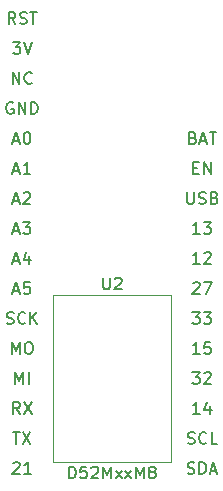
<source format=gbr>
G04 #@! TF.GenerationSoftware,KiCad,Pcbnew,(5.0.2)-1*
G04 #@! TF.CreationDate,2019-06-26T21:02:56-07:00*
G04 #@! TF.ProjectId,D52M Feather Wing,4435324d-2046-4656-9174-686572205769,rev?*
G04 #@! TF.SameCoordinates,Original*
G04 #@! TF.FileFunction,Legend,Top*
G04 #@! TF.FilePolarity,Positive*
%FSLAX46Y46*%
G04 Gerber Fmt 4.6, Leading zero omitted, Abs format (unit mm)*
G04 Created by KiCad (PCBNEW (5.0.2)-1) date 2019-06-26 9:02:56 PM*
%MOMM*%
%LPD*%
G01*
G04 APERTURE LIST*
%ADD10C,0.120000*%
%ADD11C,0.150000*%
G04 APERTURE END LIST*
D10*
G04 #@! TO.C,U2*
X-5000000Y3060000D02*
X5000000Y3060000D01*
X-5000000Y17260000D02*
X-5000000Y3060000D01*
X5000000Y17260000D02*
X-5000000Y17260000D01*
X5000000Y3060000D02*
X5000000Y17260000D01*
D11*
X-761904Y18707619D02*
X-761904Y17898095D01*
X-714285Y17802857D01*
X-666666Y17755238D01*
X-571428Y17707619D01*
X-380952Y17707619D01*
X-285714Y17755238D01*
X-238095Y17802857D01*
X-190476Y17898095D01*
X-190476Y18707619D01*
X238095Y18612380D02*
X285714Y18660000D01*
X380952Y18707619D01*
X619047Y18707619D01*
X714285Y18660000D01*
X761904Y18612380D01*
X809523Y18517142D01*
X809523Y18421904D01*
X761904Y18279047D01*
X190476Y17707619D01*
X809523Y17707619D01*
X-3642857Y1707619D02*
X-3642857Y2707619D01*
X-3404761Y2707619D01*
X-3261904Y2660000D01*
X-3166666Y2564761D01*
X-3119047Y2469523D01*
X-3071428Y2279047D01*
X-3071428Y2136190D01*
X-3119047Y1945714D01*
X-3166666Y1850476D01*
X-3261904Y1755238D01*
X-3404761Y1707619D01*
X-3642857Y1707619D01*
X-2166666Y2707619D02*
X-2642857Y2707619D01*
X-2690476Y2231428D01*
X-2642857Y2279047D01*
X-2547619Y2326666D01*
X-2309523Y2326666D01*
X-2214285Y2279047D01*
X-2166666Y2231428D01*
X-2119047Y2136190D01*
X-2119047Y1898095D01*
X-2166666Y1802857D01*
X-2214285Y1755238D01*
X-2309523Y1707619D01*
X-2547619Y1707619D01*
X-2642857Y1755238D01*
X-2690476Y1802857D01*
X-1738095Y2612380D02*
X-1690476Y2660000D01*
X-1595238Y2707619D01*
X-1357142Y2707619D01*
X-1261904Y2660000D01*
X-1214285Y2612380D01*
X-1166666Y2517142D01*
X-1166666Y2421904D01*
X-1214285Y2279047D01*
X-1785714Y1707619D01*
X-1166666Y1707619D01*
X-738095Y1707619D02*
X-738095Y2707619D01*
X-404761Y1993333D01*
X-71428Y2707619D01*
X-71428Y1707619D01*
X309523Y1707619D02*
X833333Y2374285D01*
X309523Y2374285D02*
X833333Y1707619D01*
X1119047Y1707619D02*
X1642857Y2374285D01*
X1119047Y2374285D02*
X1642857Y1707619D01*
X2023809Y1707619D02*
X2023809Y2707619D01*
X2357142Y1993333D01*
X2690476Y2707619D01*
X2690476Y1707619D01*
X3309523Y2279047D02*
X3214285Y2326666D01*
X3166666Y2374285D01*
X3119047Y2469523D01*
X3119047Y2517142D01*
X3166666Y2612380D01*
X3214285Y2660000D01*
X3309523Y2707619D01*
X3500000Y2707619D01*
X3595238Y2660000D01*
X3642857Y2612380D01*
X3690476Y2517142D01*
X3690476Y2469523D01*
X3642857Y2374285D01*
X3595238Y2326666D01*
X3500000Y2279047D01*
X3309523Y2279047D01*
X3214285Y2231428D01*
X3166666Y2183809D01*
X3119047Y2088571D01*
X3119047Y1898095D01*
X3166666Y1802857D01*
X3214285Y1755238D01*
X3309523Y1707619D01*
X3500000Y1707619D01*
X3595238Y1755238D01*
X3642857Y1802857D01*
X3690476Y1898095D01*
X3690476Y2088571D01*
X3642857Y2183809D01*
X3595238Y2231428D01*
X3500000Y2279047D01*
G04 #@! TO.C,U1*
X6881904Y30551428D02*
X7024761Y30503809D01*
X7072380Y30456190D01*
X7120000Y30360952D01*
X7120000Y30218095D01*
X7072380Y30122857D01*
X7024761Y30075238D01*
X6929523Y30027619D01*
X6548571Y30027619D01*
X6548571Y31027619D01*
X6881904Y31027619D01*
X6977142Y30980000D01*
X7024761Y30932380D01*
X7072380Y30837142D01*
X7072380Y30741904D01*
X7024761Y30646666D01*
X6977142Y30599047D01*
X6881904Y30551428D01*
X6548571Y30551428D01*
X7500952Y30313333D02*
X7977142Y30313333D01*
X7405714Y30027619D02*
X7739047Y31027619D01*
X8072380Y30027619D01*
X8262857Y31027619D02*
X8834285Y31027619D01*
X8548571Y30027619D02*
X8548571Y31027619D01*
X6881904Y28011428D02*
X7215238Y28011428D01*
X7358095Y27487619D02*
X6881904Y27487619D01*
X6881904Y28487619D01*
X7358095Y28487619D01*
X7786666Y27487619D02*
X7786666Y28487619D01*
X8358095Y27487619D01*
X8358095Y28487619D01*
X6358095Y25947619D02*
X6358095Y25138095D01*
X6405714Y25042857D01*
X6453333Y24995238D01*
X6548571Y24947619D01*
X6739047Y24947619D01*
X6834285Y24995238D01*
X6881904Y25042857D01*
X6929523Y25138095D01*
X6929523Y25947619D01*
X7358095Y24995238D02*
X7500952Y24947619D01*
X7739047Y24947619D01*
X7834285Y24995238D01*
X7881904Y25042857D01*
X7929523Y25138095D01*
X7929523Y25233333D01*
X7881904Y25328571D01*
X7834285Y25376190D01*
X7739047Y25423809D01*
X7548571Y25471428D01*
X7453333Y25519047D01*
X7405714Y25566666D01*
X7358095Y25661904D01*
X7358095Y25757142D01*
X7405714Y25852380D01*
X7453333Y25900000D01*
X7548571Y25947619D01*
X7786666Y25947619D01*
X7929523Y25900000D01*
X8691428Y25471428D02*
X8834285Y25423809D01*
X8881904Y25376190D01*
X8929523Y25280952D01*
X8929523Y25138095D01*
X8881904Y25042857D01*
X8834285Y24995238D01*
X8739047Y24947619D01*
X8358095Y24947619D01*
X8358095Y25947619D01*
X8691428Y25947619D01*
X8786666Y25900000D01*
X8834285Y25852380D01*
X8881904Y25757142D01*
X8881904Y25661904D01*
X8834285Y25566666D01*
X8786666Y25519047D01*
X8691428Y25471428D01*
X8358095Y25471428D01*
X7429523Y22407619D02*
X6858095Y22407619D01*
X7143809Y22407619D02*
X7143809Y23407619D01*
X7048571Y23264761D01*
X6953333Y23169523D01*
X6858095Y23121904D01*
X7762857Y23407619D02*
X8381904Y23407619D01*
X8048571Y23026666D01*
X8191428Y23026666D01*
X8286666Y22979047D01*
X8334285Y22931428D01*
X8381904Y22836190D01*
X8381904Y22598095D01*
X8334285Y22502857D01*
X8286666Y22455238D01*
X8191428Y22407619D01*
X7905714Y22407619D01*
X7810476Y22455238D01*
X7762857Y22502857D01*
X7429523Y19867619D02*
X6858095Y19867619D01*
X7143809Y19867619D02*
X7143809Y20867619D01*
X7048571Y20724761D01*
X6953333Y20629523D01*
X6858095Y20581904D01*
X7810476Y20772380D02*
X7858095Y20820000D01*
X7953333Y20867619D01*
X8191428Y20867619D01*
X8286666Y20820000D01*
X8334285Y20772380D01*
X8381904Y20677142D01*
X8381904Y20581904D01*
X8334285Y20439047D01*
X7762857Y19867619D01*
X8381904Y19867619D01*
X6858095Y18232380D02*
X6905714Y18280000D01*
X7000952Y18327619D01*
X7239047Y18327619D01*
X7334285Y18280000D01*
X7381904Y18232380D01*
X7429523Y18137142D01*
X7429523Y18041904D01*
X7381904Y17899047D01*
X6810476Y17327619D01*
X7429523Y17327619D01*
X7762857Y18327619D02*
X8429523Y18327619D01*
X8000952Y17327619D01*
X6810476Y15787619D02*
X7429523Y15787619D01*
X7096190Y15406666D01*
X7239047Y15406666D01*
X7334285Y15359047D01*
X7381904Y15311428D01*
X7429523Y15216190D01*
X7429523Y14978095D01*
X7381904Y14882857D01*
X7334285Y14835238D01*
X7239047Y14787619D01*
X6953333Y14787619D01*
X6858095Y14835238D01*
X6810476Y14882857D01*
X7762857Y15787619D02*
X8381904Y15787619D01*
X8048571Y15406666D01*
X8191428Y15406666D01*
X8286666Y15359047D01*
X8334285Y15311428D01*
X8381904Y15216190D01*
X8381904Y14978095D01*
X8334285Y14882857D01*
X8286666Y14835238D01*
X8191428Y14787619D01*
X7905714Y14787619D01*
X7810476Y14835238D01*
X7762857Y14882857D01*
X7429523Y12247619D02*
X6858095Y12247619D01*
X7143809Y12247619D02*
X7143809Y13247619D01*
X7048571Y13104761D01*
X6953333Y13009523D01*
X6858095Y12961904D01*
X8334285Y13247619D02*
X7858095Y13247619D01*
X7810476Y12771428D01*
X7858095Y12819047D01*
X7953333Y12866666D01*
X8191428Y12866666D01*
X8286666Y12819047D01*
X8334285Y12771428D01*
X8381904Y12676190D01*
X8381904Y12438095D01*
X8334285Y12342857D01*
X8286666Y12295238D01*
X8191428Y12247619D01*
X7953333Y12247619D01*
X7858095Y12295238D01*
X7810476Y12342857D01*
X6810476Y10707619D02*
X7429523Y10707619D01*
X7096190Y10326666D01*
X7239047Y10326666D01*
X7334285Y10279047D01*
X7381904Y10231428D01*
X7429523Y10136190D01*
X7429523Y9898095D01*
X7381904Y9802857D01*
X7334285Y9755238D01*
X7239047Y9707619D01*
X6953333Y9707619D01*
X6858095Y9755238D01*
X6810476Y9802857D01*
X7810476Y10612380D02*
X7858095Y10660000D01*
X7953333Y10707619D01*
X8191428Y10707619D01*
X8286666Y10660000D01*
X8334285Y10612380D01*
X8381904Y10517142D01*
X8381904Y10421904D01*
X8334285Y10279047D01*
X7762857Y9707619D01*
X8381904Y9707619D01*
X7429523Y7167619D02*
X6858095Y7167619D01*
X7143809Y7167619D02*
X7143809Y8167619D01*
X7048571Y8024761D01*
X6953333Y7929523D01*
X6858095Y7881904D01*
X8286666Y7834285D02*
X8286666Y7167619D01*
X8048571Y8215238D02*
X7810476Y7500952D01*
X8429523Y7500952D01*
X6429523Y4675238D02*
X6572380Y4627619D01*
X6810476Y4627619D01*
X6905714Y4675238D01*
X6953333Y4722857D01*
X7000952Y4818095D01*
X7000952Y4913333D01*
X6953333Y5008571D01*
X6905714Y5056190D01*
X6810476Y5103809D01*
X6620000Y5151428D01*
X6524761Y5199047D01*
X6477142Y5246666D01*
X6429523Y5341904D01*
X6429523Y5437142D01*
X6477142Y5532380D01*
X6524761Y5580000D01*
X6620000Y5627619D01*
X6858095Y5627619D01*
X7000952Y5580000D01*
X8000952Y4722857D02*
X7953333Y4675238D01*
X7810476Y4627619D01*
X7715238Y4627619D01*
X7572380Y4675238D01*
X7477142Y4770476D01*
X7429523Y4865714D01*
X7381904Y5056190D01*
X7381904Y5199047D01*
X7429523Y5389523D01*
X7477142Y5484761D01*
X7572380Y5580000D01*
X7715238Y5627619D01*
X7810476Y5627619D01*
X7953333Y5580000D01*
X8000952Y5532380D01*
X8905714Y4627619D02*
X8429523Y4627619D01*
X8429523Y5627619D01*
X6405714Y2135238D02*
X6548571Y2087619D01*
X6786666Y2087619D01*
X6881904Y2135238D01*
X6929523Y2182857D01*
X6977142Y2278095D01*
X6977142Y2373333D01*
X6929523Y2468571D01*
X6881904Y2516190D01*
X6786666Y2563809D01*
X6596190Y2611428D01*
X6500952Y2659047D01*
X6453333Y2706666D01*
X6405714Y2801904D01*
X6405714Y2897142D01*
X6453333Y2992380D01*
X6500952Y3040000D01*
X6596190Y3087619D01*
X6834285Y3087619D01*
X6977142Y3040000D01*
X7405714Y2087619D02*
X7405714Y3087619D01*
X7643809Y3087619D01*
X7786666Y3040000D01*
X7881904Y2944761D01*
X7929523Y2849523D01*
X7977142Y2659047D01*
X7977142Y2516190D01*
X7929523Y2325714D01*
X7881904Y2230476D01*
X7786666Y2135238D01*
X7643809Y2087619D01*
X7405714Y2087619D01*
X8358095Y2373333D02*
X8834285Y2373333D01*
X8262857Y2087619D02*
X8596190Y3087619D01*
X8929523Y2087619D01*
X-8381904Y2992380D02*
X-8334285Y3040000D01*
X-8239047Y3087619D01*
X-8000952Y3087619D01*
X-7905714Y3040000D01*
X-7858095Y2992380D01*
X-7810476Y2897142D01*
X-7810476Y2801904D01*
X-7858095Y2659047D01*
X-8429523Y2087619D01*
X-7810476Y2087619D01*
X-6858095Y2087619D02*
X-7429523Y2087619D01*
X-7143809Y2087619D02*
X-7143809Y3087619D01*
X-7239047Y2944761D01*
X-7334285Y2849523D01*
X-7429523Y2801904D01*
X-8381904Y5627619D02*
X-7810476Y5627619D01*
X-8096190Y4627619D02*
X-8096190Y5627619D01*
X-7572380Y5627619D02*
X-6905714Y4627619D01*
X-6905714Y5627619D02*
X-7572380Y4627619D01*
X-7786666Y7167619D02*
X-8120000Y7643809D01*
X-8358095Y7167619D02*
X-8358095Y8167619D01*
X-7977142Y8167619D01*
X-7881904Y8120000D01*
X-7834285Y8072380D01*
X-7786666Y7977142D01*
X-7786666Y7834285D01*
X-7834285Y7739047D01*
X-7881904Y7691428D01*
X-7977142Y7643809D01*
X-8358095Y7643809D01*
X-7453333Y8167619D02*
X-6786666Y7167619D01*
X-6786666Y8167619D02*
X-7453333Y7167619D01*
X-8191428Y9707619D02*
X-8191428Y10707619D01*
X-7858095Y9993333D01*
X-7524761Y10707619D01*
X-7524761Y9707619D01*
X-7048571Y9707619D02*
X-7048571Y10707619D01*
X-8477142Y12247619D02*
X-8477142Y13247619D01*
X-8143809Y12533333D01*
X-7810476Y13247619D01*
X-7810476Y12247619D01*
X-7143809Y13247619D02*
X-6953333Y13247619D01*
X-6858095Y13200000D01*
X-6762857Y13104761D01*
X-6715238Y12914285D01*
X-6715238Y12580952D01*
X-6762857Y12390476D01*
X-6858095Y12295238D01*
X-6953333Y12247619D01*
X-7143809Y12247619D01*
X-7239047Y12295238D01*
X-7334285Y12390476D01*
X-7381904Y12580952D01*
X-7381904Y12914285D01*
X-7334285Y13104761D01*
X-7239047Y13200000D01*
X-7143809Y13247619D01*
X-8905714Y14835238D02*
X-8762857Y14787619D01*
X-8524761Y14787619D01*
X-8429523Y14835238D01*
X-8381904Y14882857D01*
X-8334285Y14978095D01*
X-8334285Y15073333D01*
X-8381904Y15168571D01*
X-8429523Y15216190D01*
X-8524761Y15263809D01*
X-8715238Y15311428D01*
X-8810476Y15359047D01*
X-8858095Y15406666D01*
X-8905714Y15501904D01*
X-8905714Y15597142D01*
X-8858095Y15692380D01*
X-8810476Y15740000D01*
X-8715238Y15787619D01*
X-8477142Y15787619D01*
X-8334285Y15740000D01*
X-7334285Y14882857D02*
X-7381904Y14835238D01*
X-7524761Y14787619D01*
X-7620000Y14787619D01*
X-7762857Y14835238D01*
X-7858095Y14930476D01*
X-7905714Y15025714D01*
X-7953333Y15216190D01*
X-7953333Y15359047D01*
X-7905714Y15549523D01*
X-7858095Y15644761D01*
X-7762857Y15740000D01*
X-7620000Y15787619D01*
X-7524761Y15787619D01*
X-7381904Y15740000D01*
X-7334285Y15692380D01*
X-6905714Y14787619D02*
X-6905714Y15787619D01*
X-6334285Y14787619D02*
X-6762857Y15359047D01*
X-6334285Y15787619D02*
X-6905714Y15216190D01*
X-8334285Y17613333D02*
X-7858095Y17613333D01*
X-8429523Y17327619D02*
X-8096190Y18327619D01*
X-7762857Y17327619D01*
X-6953333Y18327619D02*
X-7429523Y18327619D01*
X-7477142Y17851428D01*
X-7429523Y17899047D01*
X-7334285Y17946666D01*
X-7096190Y17946666D01*
X-7000952Y17899047D01*
X-6953333Y17851428D01*
X-6905714Y17756190D01*
X-6905714Y17518095D01*
X-6953333Y17422857D01*
X-7000952Y17375238D01*
X-7096190Y17327619D01*
X-7334285Y17327619D01*
X-7429523Y17375238D01*
X-7477142Y17422857D01*
X-8334285Y20153333D02*
X-7858095Y20153333D01*
X-8429523Y19867619D02*
X-8096190Y20867619D01*
X-7762857Y19867619D01*
X-7000952Y20534285D02*
X-7000952Y19867619D01*
X-7239047Y20915238D02*
X-7477142Y20200952D01*
X-6858095Y20200952D01*
X-8334285Y22693333D02*
X-7858095Y22693333D01*
X-8429523Y22407619D02*
X-8096190Y23407619D01*
X-7762857Y22407619D01*
X-7524761Y23407619D02*
X-6905714Y23407619D01*
X-7239047Y23026666D01*
X-7096190Y23026666D01*
X-7000952Y22979047D01*
X-6953333Y22931428D01*
X-6905714Y22836190D01*
X-6905714Y22598095D01*
X-6953333Y22502857D01*
X-7000952Y22455238D01*
X-7096190Y22407619D01*
X-7381904Y22407619D01*
X-7477142Y22455238D01*
X-7524761Y22502857D01*
X-8334285Y25233333D02*
X-7858095Y25233333D01*
X-8429523Y24947619D02*
X-8096190Y25947619D01*
X-7762857Y24947619D01*
X-7477142Y25852380D02*
X-7429523Y25900000D01*
X-7334285Y25947619D01*
X-7096190Y25947619D01*
X-7000952Y25900000D01*
X-6953333Y25852380D01*
X-6905714Y25757142D01*
X-6905714Y25661904D01*
X-6953333Y25519047D01*
X-7524761Y24947619D01*
X-6905714Y24947619D01*
X-8334285Y27773333D02*
X-7858095Y27773333D01*
X-8429523Y27487619D02*
X-8096190Y28487619D01*
X-7762857Y27487619D01*
X-6905714Y27487619D02*
X-7477142Y27487619D01*
X-7191428Y27487619D02*
X-7191428Y28487619D01*
X-7286666Y28344761D01*
X-7381904Y28249523D01*
X-7477142Y28201904D01*
X-8334285Y30313333D02*
X-7858095Y30313333D01*
X-8429523Y30027619D02*
X-8096190Y31027619D01*
X-7762857Y30027619D01*
X-7239047Y31027619D02*
X-7143809Y31027619D01*
X-7048571Y30980000D01*
X-7000952Y30932380D01*
X-6953333Y30837142D01*
X-6905714Y30646666D01*
X-6905714Y30408571D01*
X-6953333Y30218095D01*
X-7000952Y30122857D01*
X-7048571Y30075238D01*
X-7143809Y30027619D01*
X-7239047Y30027619D01*
X-7334285Y30075238D01*
X-7381904Y30122857D01*
X-7429523Y30218095D01*
X-7477142Y30408571D01*
X-7477142Y30646666D01*
X-7429523Y30837142D01*
X-7381904Y30932380D01*
X-7334285Y30980000D01*
X-7239047Y31027619D01*
X-8381904Y33520000D02*
X-8477142Y33567619D01*
X-8620000Y33567619D01*
X-8762857Y33520000D01*
X-8858095Y33424761D01*
X-8905714Y33329523D01*
X-8953333Y33139047D01*
X-8953333Y32996190D01*
X-8905714Y32805714D01*
X-8858095Y32710476D01*
X-8762857Y32615238D01*
X-8620000Y32567619D01*
X-8524761Y32567619D01*
X-8381904Y32615238D01*
X-8334285Y32662857D01*
X-8334285Y32996190D01*
X-8524761Y32996190D01*
X-7905714Y32567619D02*
X-7905714Y33567619D01*
X-7334285Y32567619D01*
X-7334285Y33567619D01*
X-6858095Y32567619D02*
X-6858095Y33567619D01*
X-6620000Y33567619D01*
X-6477142Y33520000D01*
X-6381904Y33424761D01*
X-6334285Y33329523D01*
X-6286666Y33139047D01*
X-6286666Y32996190D01*
X-6334285Y32805714D01*
X-6381904Y32710476D01*
X-6477142Y32615238D01*
X-6620000Y32567619D01*
X-6858095Y32567619D01*
X-8405714Y35107619D02*
X-8405714Y36107619D01*
X-7834285Y35107619D01*
X-7834285Y36107619D01*
X-6786666Y35202857D02*
X-6834285Y35155238D01*
X-6977142Y35107619D01*
X-7072380Y35107619D01*
X-7215238Y35155238D01*
X-7310476Y35250476D01*
X-7358095Y35345714D01*
X-7405714Y35536190D01*
X-7405714Y35679047D01*
X-7358095Y35869523D01*
X-7310476Y35964761D01*
X-7215238Y36060000D01*
X-7072380Y36107619D01*
X-6977142Y36107619D01*
X-6834285Y36060000D01*
X-6786666Y36012380D01*
X-8381904Y38647619D02*
X-7762857Y38647619D01*
X-8096190Y38266666D01*
X-7953333Y38266666D01*
X-7858095Y38219047D01*
X-7810476Y38171428D01*
X-7762857Y38076190D01*
X-7762857Y37838095D01*
X-7810476Y37742857D01*
X-7858095Y37695238D01*
X-7953333Y37647619D01*
X-8239047Y37647619D01*
X-8334285Y37695238D01*
X-8381904Y37742857D01*
X-7477142Y38647619D02*
X-7143809Y37647619D01*
X-6810476Y38647619D01*
X-8167619Y40187619D02*
X-8500952Y40663809D01*
X-8739047Y40187619D02*
X-8739047Y41187619D01*
X-8358095Y41187619D01*
X-8262857Y41140000D01*
X-8215238Y41092380D01*
X-8167619Y40997142D01*
X-8167619Y40854285D01*
X-8215238Y40759047D01*
X-8262857Y40711428D01*
X-8358095Y40663809D01*
X-8739047Y40663809D01*
X-7786666Y40235238D02*
X-7643809Y40187619D01*
X-7405714Y40187619D01*
X-7310476Y40235238D01*
X-7262857Y40282857D01*
X-7215238Y40378095D01*
X-7215238Y40473333D01*
X-7262857Y40568571D01*
X-7310476Y40616190D01*
X-7405714Y40663809D01*
X-7596190Y40711428D01*
X-7691428Y40759047D01*
X-7739047Y40806666D01*
X-7786666Y40901904D01*
X-7786666Y40997142D01*
X-7739047Y41092380D01*
X-7691428Y41140000D01*
X-7596190Y41187619D01*
X-7358095Y41187619D01*
X-7215238Y41140000D01*
X-6929523Y41187619D02*
X-6358095Y41187619D01*
X-6643809Y40187619D02*
X-6643809Y41187619D01*
G04 #@! TD*
M02*

</source>
